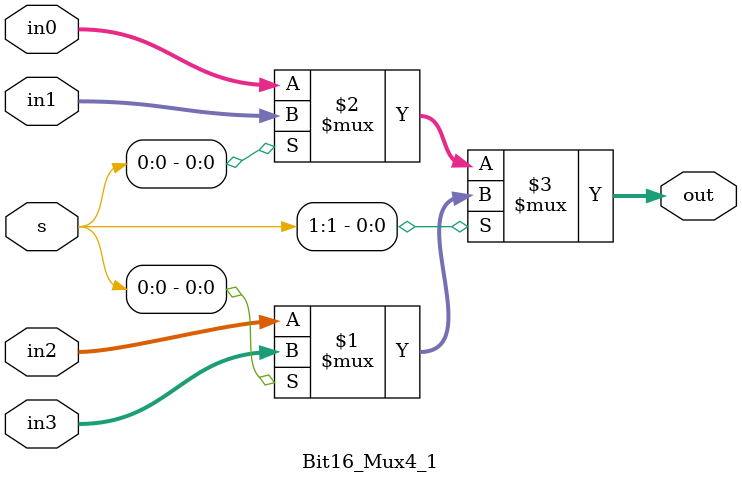
<source format=v>
/********************************************************************************************************
/		MODULE: Bit16_Mux4_1
/		PURPOSE: Take 4 16 bit inputs and select between them based on a select code
/
/		INPUTS: in0 - Input 0 00
/				in1 - Input 1 01
/				in2 - Input 2 10
/				in3 - Input 3 11
/				s[1:0] - Select Code
/
/		OUTPUTS: out[15:0] - output of mux
********************************************************************************************************/
module Bit16_Mux4_1 (in0, in1, in2, in3, s, out);
input [15:0] in0;
input [15:0] in1;
input [15:0] in2;
input [15:0] in3;
input [1:0] s;

output [15:0] out;

assign out = s[1] ? (s[0] ? in3 : in2) : (s[0] ? in1 : in0);

endmodule 
</source>
